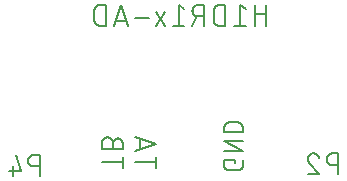
<source format=gbr>
G04 EAGLE Gerber RS-274X export*
G75*
%MOMM*%
%FSLAX34Y34*%
%LPD*%
%INSilkscreen Bottom*%
%IPPOS*%
%AMOC8*
5,1,8,0,0,1.08239X$1,22.5*%
G01*
%ADD10C,0.152400*%
%ADD11C,0.127000*%


D10*
X263398Y215392D02*
X263398Y233172D01*
X263398Y225270D02*
X253520Y225270D01*
X253520Y233172D02*
X253520Y215392D01*
X246089Y229221D02*
X241150Y233172D01*
X241150Y215392D01*
X246089Y215392D02*
X236211Y215392D01*
X228780Y215392D02*
X228780Y233172D01*
X223842Y233172D01*
X223703Y233170D01*
X223565Y233164D01*
X223427Y233155D01*
X223289Y233141D01*
X223152Y233124D01*
X223015Y233102D01*
X222878Y233077D01*
X222743Y233048D01*
X222608Y233015D01*
X222475Y232979D01*
X222342Y232939D01*
X222211Y232895D01*
X222081Y232847D01*
X221952Y232796D01*
X221825Y232741D01*
X221699Y232683D01*
X221575Y232621D01*
X221453Y232556D01*
X221333Y232487D01*
X221214Y232415D01*
X221098Y232340D01*
X220984Y232261D01*
X220872Y232179D01*
X220763Y232094D01*
X220655Y232007D01*
X220551Y231916D01*
X220449Y231822D01*
X220350Y231725D01*
X220253Y231626D01*
X220159Y231524D01*
X220068Y231420D01*
X219981Y231312D01*
X219896Y231203D01*
X219814Y231091D01*
X219735Y230977D01*
X219660Y230861D01*
X219588Y230742D01*
X219519Y230622D01*
X219454Y230500D01*
X219392Y230376D01*
X219334Y230250D01*
X219279Y230123D01*
X219228Y229994D01*
X219180Y229864D01*
X219136Y229733D01*
X219096Y229600D01*
X219060Y229467D01*
X219027Y229332D01*
X218998Y229197D01*
X218973Y229060D01*
X218951Y228923D01*
X218934Y228786D01*
X218920Y228648D01*
X218911Y228510D01*
X218905Y228372D01*
X218903Y228233D01*
X218903Y220331D01*
X218905Y220192D01*
X218911Y220054D01*
X218920Y219916D01*
X218934Y219778D01*
X218951Y219641D01*
X218973Y219504D01*
X218998Y219367D01*
X219027Y219232D01*
X219060Y219097D01*
X219096Y218964D01*
X219136Y218831D01*
X219180Y218700D01*
X219228Y218570D01*
X219279Y218441D01*
X219334Y218314D01*
X219392Y218188D01*
X219454Y218064D01*
X219519Y217942D01*
X219588Y217822D01*
X219660Y217703D01*
X219735Y217587D01*
X219814Y217473D01*
X219896Y217361D01*
X219981Y217252D01*
X220068Y217144D01*
X220159Y217040D01*
X220253Y216938D01*
X220350Y216839D01*
X220449Y216742D01*
X220551Y216648D01*
X220655Y216557D01*
X220763Y216470D01*
X220872Y216385D01*
X220984Y216303D01*
X221098Y216224D01*
X221214Y216149D01*
X221333Y216077D01*
X221453Y216008D01*
X221575Y215943D01*
X221699Y215881D01*
X221825Y215823D01*
X221952Y215768D01*
X222081Y215717D01*
X222211Y215669D01*
X222342Y215625D01*
X222475Y215585D01*
X222608Y215549D01*
X222743Y215516D01*
X222878Y215487D01*
X223015Y215462D01*
X223152Y215440D01*
X223289Y215423D01*
X223427Y215409D01*
X223565Y215400D01*
X223703Y215394D01*
X223842Y215392D01*
X228780Y215392D01*
X210828Y215392D02*
X210828Y233172D01*
X205889Y233172D01*
X205749Y233170D01*
X205610Y233164D01*
X205470Y233154D01*
X205331Y233140D01*
X205192Y233123D01*
X205054Y233101D01*
X204917Y233075D01*
X204780Y233046D01*
X204644Y233013D01*
X204510Y232976D01*
X204376Y232935D01*
X204244Y232890D01*
X204112Y232841D01*
X203983Y232789D01*
X203855Y232734D01*
X203728Y232674D01*
X203603Y232611D01*
X203480Y232545D01*
X203359Y232475D01*
X203240Y232402D01*
X203123Y232325D01*
X203009Y232245D01*
X202896Y232162D01*
X202786Y232076D01*
X202679Y231986D01*
X202574Y231894D01*
X202472Y231799D01*
X202372Y231701D01*
X202275Y231600D01*
X202181Y231496D01*
X202091Y231390D01*
X202003Y231281D01*
X201918Y231170D01*
X201837Y231056D01*
X201758Y230941D01*
X201683Y230823D01*
X201612Y230703D01*
X201544Y230580D01*
X201479Y230457D01*
X201418Y230331D01*
X201360Y230203D01*
X201306Y230075D01*
X201256Y229944D01*
X201209Y229812D01*
X201166Y229679D01*
X201127Y229545D01*
X201092Y229410D01*
X201061Y229274D01*
X201033Y229136D01*
X201010Y228999D01*
X200990Y228860D01*
X200974Y228721D01*
X200962Y228582D01*
X200954Y228443D01*
X200950Y228303D01*
X200950Y228163D01*
X200954Y228023D01*
X200962Y227884D01*
X200974Y227745D01*
X200990Y227606D01*
X201010Y227467D01*
X201033Y227330D01*
X201061Y227192D01*
X201092Y227056D01*
X201127Y226921D01*
X201166Y226787D01*
X201209Y226654D01*
X201256Y226522D01*
X201306Y226391D01*
X201360Y226263D01*
X201418Y226135D01*
X201479Y226009D01*
X201544Y225886D01*
X201612Y225763D01*
X201683Y225643D01*
X201758Y225525D01*
X201837Y225410D01*
X201918Y225296D01*
X202003Y225185D01*
X202091Y225076D01*
X202181Y224970D01*
X202275Y224866D01*
X202372Y224765D01*
X202472Y224667D01*
X202574Y224572D01*
X202679Y224480D01*
X202786Y224390D01*
X202896Y224304D01*
X203009Y224221D01*
X203123Y224141D01*
X203240Y224064D01*
X203359Y223991D01*
X203480Y223921D01*
X203603Y223855D01*
X203728Y223792D01*
X203855Y223732D01*
X203983Y223677D01*
X204112Y223625D01*
X204244Y223576D01*
X204376Y223531D01*
X204510Y223490D01*
X204644Y223453D01*
X204780Y223420D01*
X204917Y223391D01*
X205054Y223365D01*
X205192Y223343D01*
X205331Y223326D01*
X205470Y223312D01*
X205610Y223302D01*
X205749Y223296D01*
X205889Y223294D01*
X210828Y223294D01*
X204901Y223294D02*
X200950Y215392D01*
X194163Y229221D02*
X189224Y233172D01*
X189224Y215392D01*
X194163Y215392D02*
X184285Y215392D01*
X178100Y215392D02*
X170198Y227245D01*
X178100Y227245D02*
X170198Y215392D01*
X163883Y222306D02*
X152030Y222306D01*
X146016Y215392D02*
X140089Y233172D01*
X134163Y215392D01*
X135644Y219837D02*
X144534Y219837D01*
X127720Y215392D02*
X127720Y233172D01*
X122781Y233172D01*
X122642Y233170D01*
X122504Y233164D01*
X122366Y233155D01*
X122228Y233141D01*
X122091Y233124D01*
X121954Y233102D01*
X121817Y233077D01*
X121682Y233048D01*
X121547Y233015D01*
X121414Y232979D01*
X121281Y232939D01*
X121150Y232895D01*
X121020Y232847D01*
X120891Y232796D01*
X120764Y232741D01*
X120638Y232683D01*
X120514Y232621D01*
X120392Y232556D01*
X120272Y232487D01*
X120153Y232415D01*
X120037Y232340D01*
X119923Y232261D01*
X119811Y232179D01*
X119702Y232094D01*
X119594Y232007D01*
X119490Y231916D01*
X119388Y231822D01*
X119289Y231725D01*
X119192Y231626D01*
X119098Y231524D01*
X119007Y231420D01*
X118920Y231312D01*
X118835Y231203D01*
X118753Y231091D01*
X118674Y230977D01*
X118599Y230861D01*
X118527Y230742D01*
X118458Y230622D01*
X118393Y230500D01*
X118331Y230376D01*
X118273Y230250D01*
X118218Y230123D01*
X118167Y229994D01*
X118119Y229864D01*
X118075Y229733D01*
X118035Y229600D01*
X117999Y229467D01*
X117966Y229332D01*
X117937Y229197D01*
X117912Y229060D01*
X117890Y228923D01*
X117873Y228786D01*
X117859Y228648D01*
X117850Y228510D01*
X117844Y228372D01*
X117842Y228233D01*
X117842Y220331D01*
X117844Y220192D01*
X117850Y220054D01*
X117859Y219916D01*
X117873Y219778D01*
X117890Y219641D01*
X117912Y219504D01*
X117937Y219367D01*
X117966Y219232D01*
X117999Y219097D01*
X118035Y218964D01*
X118075Y218831D01*
X118119Y218700D01*
X118167Y218570D01*
X118218Y218441D01*
X118273Y218314D01*
X118331Y218188D01*
X118393Y218064D01*
X118458Y217942D01*
X118527Y217822D01*
X118599Y217703D01*
X118674Y217587D01*
X118753Y217473D01*
X118835Y217361D01*
X118920Y217252D01*
X119007Y217144D01*
X119098Y217040D01*
X119192Y216938D01*
X119289Y216839D01*
X119388Y216742D01*
X119490Y216648D01*
X119594Y216557D01*
X119702Y216470D01*
X119811Y216385D01*
X119923Y216303D01*
X120037Y216224D01*
X120153Y216149D01*
X120272Y216077D01*
X120392Y216008D01*
X120514Y215943D01*
X120638Y215881D01*
X120764Y215823D01*
X120891Y215768D01*
X121020Y215717D01*
X121150Y215669D01*
X121281Y215625D01*
X121414Y215585D01*
X121547Y215549D01*
X121682Y215516D01*
X121817Y215487D01*
X121954Y215462D01*
X122091Y215440D01*
X122228Y215423D01*
X122366Y215409D01*
X122504Y215400D01*
X122642Y215394D01*
X122781Y215392D01*
X127720Y215392D01*
X123952Y99681D02*
X141732Y99681D01*
X141732Y94742D02*
X141732Y104620D01*
X133830Y111131D02*
X133830Y116070D01*
X133828Y116210D01*
X133822Y116349D01*
X133812Y116489D01*
X133798Y116628D01*
X133781Y116767D01*
X133759Y116905D01*
X133733Y117042D01*
X133704Y117179D01*
X133671Y117315D01*
X133634Y117449D01*
X133593Y117583D01*
X133548Y117715D01*
X133499Y117847D01*
X133447Y117976D01*
X133392Y118104D01*
X133332Y118231D01*
X133269Y118356D01*
X133203Y118479D01*
X133133Y118600D01*
X133060Y118719D01*
X132983Y118836D01*
X132903Y118950D01*
X132820Y119063D01*
X132734Y119173D01*
X132644Y119280D01*
X132552Y119385D01*
X132457Y119487D01*
X132359Y119587D01*
X132258Y119684D01*
X132154Y119778D01*
X132048Y119868D01*
X131939Y119956D01*
X131828Y120041D01*
X131714Y120122D01*
X131599Y120201D01*
X131481Y120276D01*
X131361Y120347D01*
X131238Y120415D01*
X131115Y120480D01*
X130989Y120541D01*
X130861Y120599D01*
X130733Y120653D01*
X130602Y120703D01*
X130470Y120750D01*
X130337Y120793D01*
X130203Y120832D01*
X130068Y120867D01*
X129932Y120898D01*
X129794Y120926D01*
X129657Y120949D01*
X129518Y120969D01*
X129379Y120985D01*
X129240Y120997D01*
X129101Y121005D01*
X128961Y121009D01*
X128821Y121009D01*
X128681Y121005D01*
X128542Y120997D01*
X128403Y120985D01*
X128264Y120969D01*
X128125Y120949D01*
X127988Y120926D01*
X127850Y120898D01*
X127714Y120867D01*
X127579Y120832D01*
X127445Y120793D01*
X127312Y120750D01*
X127180Y120703D01*
X127049Y120653D01*
X126921Y120599D01*
X126793Y120541D01*
X126667Y120480D01*
X126544Y120415D01*
X126422Y120347D01*
X126301Y120276D01*
X126183Y120201D01*
X126068Y120122D01*
X125954Y120041D01*
X125843Y119956D01*
X125734Y119868D01*
X125628Y119778D01*
X125524Y119684D01*
X125423Y119587D01*
X125325Y119487D01*
X125230Y119385D01*
X125138Y119280D01*
X125048Y119173D01*
X124962Y119063D01*
X124879Y118950D01*
X124799Y118836D01*
X124722Y118719D01*
X124649Y118600D01*
X124579Y118479D01*
X124513Y118356D01*
X124450Y118231D01*
X124390Y118104D01*
X124335Y117976D01*
X124283Y117847D01*
X124234Y117715D01*
X124189Y117583D01*
X124148Y117449D01*
X124111Y117315D01*
X124078Y117179D01*
X124049Y117042D01*
X124023Y116905D01*
X124001Y116767D01*
X123984Y116628D01*
X123970Y116489D01*
X123960Y116349D01*
X123954Y116210D01*
X123952Y116070D01*
X123952Y111131D01*
X141732Y111131D01*
X141732Y116070D01*
X141730Y116194D01*
X141724Y116318D01*
X141714Y116442D01*
X141701Y116565D01*
X141683Y116688D01*
X141662Y116810D01*
X141637Y116932D01*
X141608Y117053D01*
X141575Y117172D01*
X141539Y117291D01*
X141498Y117408D01*
X141455Y117524D01*
X141407Y117639D01*
X141356Y117752D01*
X141301Y117864D01*
X141243Y117973D01*
X141182Y118081D01*
X141117Y118187D01*
X141049Y118291D01*
X140977Y118392D01*
X140903Y118492D01*
X140825Y118588D01*
X140745Y118683D01*
X140661Y118775D01*
X140575Y118864D01*
X140486Y118950D01*
X140394Y119034D01*
X140299Y119114D01*
X140203Y119192D01*
X140103Y119266D01*
X140002Y119338D01*
X139898Y119406D01*
X139792Y119471D01*
X139684Y119532D01*
X139575Y119590D01*
X139463Y119645D01*
X139350Y119696D01*
X139235Y119744D01*
X139119Y119787D01*
X139002Y119828D01*
X138883Y119864D01*
X138764Y119897D01*
X138643Y119926D01*
X138521Y119951D01*
X138399Y119972D01*
X138276Y119990D01*
X138153Y120003D01*
X138029Y120013D01*
X137905Y120019D01*
X137781Y120021D01*
X137657Y120019D01*
X137533Y120013D01*
X137409Y120003D01*
X137286Y119990D01*
X137163Y119972D01*
X137041Y119951D01*
X136919Y119926D01*
X136798Y119897D01*
X136679Y119864D01*
X136560Y119828D01*
X136443Y119787D01*
X136327Y119744D01*
X136212Y119696D01*
X136099Y119645D01*
X135987Y119590D01*
X135878Y119532D01*
X135770Y119471D01*
X135664Y119406D01*
X135560Y119338D01*
X135459Y119266D01*
X135359Y119192D01*
X135263Y119114D01*
X135168Y119034D01*
X135076Y118950D01*
X134987Y118864D01*
X134901Y118775D01*
X134817Y118683D01*
X134737Y118588D01*
X134659Y118492D01*
X134585Y118392D01*
X134513Y118291D01*
X134445Y118187D01*
X134380Y118081D01*
X134319Y117973D01*
X134261Y117864D01*
X134206Y117752D01*
X134155Y117639D01*
X134107Y117524D01*
X134064Y117408D01*
X134023Y117291D01*
X133987Y117172D01*
X133954Y117053D01*
X133925Y116932D01*
X133900Y116810D01*
X133879Y116688D01*
X133861Y116565D01*
X133848Y116442D01*
X133838Y116318D01*
X133832Y116194D01*
X133830Y116070D01*
X151892Y99681D02*
X169672Y99681D01*
X169672Y94742D02*
X169672Y104620D01*
X169672Y115315D02*
X151892Y109388D01*
X151892Y121241D02*
X169672Y115315D01*
X156337Y119760D02*
X156337Y110870D01*
D11*
X236573Y101953D02*
X236573Y99370D01*
X236573Y101953D02*
X227965Y101953D01*
X227965Y96788D01*
X227967Y96673D01*
X227973Y96558D01*
X227982Y96443D01*
X227996Y96329D01*
X228013Y96215D01*
X228034Y96102D01*
X228059Y95990D01*
X228087Y95878D01*
X228120Y95768D01*
X228156Y95659D01*
X228195Y95551D01*
X228238Y95444D01*
X228285Y95339D01*
X228335Y95235D01*
X228389Y95133D01*
X228446Y95033D01*
X228506Y94935D01*
X228569Y94839D01*
X228636Y94746D01*
X228706Y94654D01*
X228779Y94565D01*
X228854Y94478D01*
X228933Y94394D01*
X229014Y94313D01*
X229098Y94234D01*
X229185Y94159D01*
X229274Y94086D01*
X229366Y94016D01*
X229459Y93949D01*
X229555Y93886D01*
X229653Y93826D01*
X229753Y93769D01*
X229855Y93715D01*
X229959Y93665D01*
X230064Y93618D01*
X230171Y93575D01*
X230279Y93536D01*
X230388Y93500D01*
X230498Y93467D01*
X230610Y93439D01*
X230722Y93414D01*
X230835Y93393D01*
X230949Y93376D01*
X231063Y93362D01*
X231178Y93353D01*
X231293Y93347D01*
X231408Y93345D01*
X240016Y93345D01*
X240131Y93347D01*
X240246Y93353D01*
X240361Y93362D01*
X240475Y93376D01*
X240589Y93393D01*
X240702Y93414D01*
X240814Y93439D01*
X240926Y93467D01*
X241036Y93500D01*
X241145Y93536D01*
X241253Y93575D01*
X241360Y93618D01*
X241465Y93665D01*
X241569Y93715D01*
X241671Y93769D01*
X241771Y93826D01*
X241869Y93886D01*
X241965Y93949D01*
X242058Y94016D01*
X242150Y94086D01*
X242239Y94159D01*
X242326Y94234D01*
X242410Y94313D01*
X242491Y94394D01*
X242569Y94478D01*
X242645Y94565D01*
X242718Y94654D01*
X242788Y94746D01*
X242855Y94839D01*
X242918Y94935D01*
X242978Y95033D01*
X243035Y95133D01*
X243089Y95235D01*
X243139Y95339D01*
X243186Y95444D01*
X243229Y95551D01*
X243268Y95659D01*
X243304Y95768D01*
X243337Y95878D01*
X243365Y95990D01*
X243390Y96102D01*
X243411Y96215D01*
X243428Y96329D01*
X243442Y96443D01*
X243451Y96558D01*
X243457Y96673D01*
X243459Y96788D01*
X243459Y101953D01*
X243459Y109202D02*
X227965Y109202D01*
X227965Y117810D02*
X243459Y109202D01*
X243459Y117810D02*
X227965Y117810D01*
X227965Y125059D02*
X243459Y125059D01*
X243459Y129363D01*
X243457Y129493D01*
X243451Y129623D01*
X243441Y129753D01*
X243428Y129882D01*
X243410Y130011D01*
X243389Y130139D01*
X243363Y130266D01*
X243334Y130393D01*
X243301Y130519D01*
X243264Y130643D01*
X243224Y130767D01*
X243179Y130889D01*
X243131Y131010D01*
X243080Y131129D01*
X243025Y131247D01*
X242966Y131363D01*
X242904Y131477D01*
X242838Y131590D01*
X242769Y131700D01*
X242697Y131808D01*
X242622Y131914D01*
X242543Y132017D01*
X242461Y132118D01*
X242377Y132217D01*
X242289Y132313D01*
X242198Y132406D01*
X242105Y132497D01*
X242009Y132585D01*
X241910Y132669D01*
X241809Y132751D01*
X241706Y132830D01*
X241600Y132905D01*
X241492Y132977D01*
X241382Y133046D01*
X241269Y133112D01*
X241155Y133174D01*
X241039Y133233D01*
X240921Y133288D01*
X240802Y133339D01*
X240681Y133387D01*
X240559Y133432D01*
X240435Y133472D01*
X240311Y133509D01*
X240185Y133542D01*
X240058Y133571D01*
X239931Y133597D01*
X239803Y133618D01*
X239674Y133636D01*
X239545Y133649D01*
X239415Y133659D01*
X239285Y133665D01*
X239155Y133667D01*
X239155Y133666D02*
X232269Y133666D01*
X232269Y133667D02*
X232139Y133665D01*
X232009Y133659D01*
X231879Y133649D01*
X231750Y133636D01*
X231621Y133618D01*
X231493Y133597D01*
X231366Y133571D01*
X231239Y133542D01*
X231113Y133509D01*
X230989Y133472D01*
X230865Y133432D01*
X230743Y133387D01*
X230622Y133339D01*
X230503Y133288D01*
X230385Y133233D01*
X230269Y133174D01*
X230155Y133112D01*
X230042Y133046D01*
X229932Y132977D01*
X229824Y132905D01*
X229718Y132830D01*
X229615Y132751D01*
X229514Y132669D01*
X229415Y132585D01*
X229319Y132497D01*
X229226Y132406D01*
X229135Y132313D01*
X229047Y132217D01*
X228963Y132118D01*
X228881Y132017D01*
X228802Y131914D01*
X228727Y131808D01*
X228655Y131700D01*
X228586Y131590D01*
X228520Y131477D01*
X228458Y131363D01*
X228399Y131247D01*
X228344Y131129D01*
X228293Y131010D01*
X228245Y130889D01*
X228200Y130767D01*
X228160Y130643D01*
X228123Y130519D01*
X228090Y130393D01*
X228061Y130266D01*
X228035Y130139D01*
X228014Y130011D01*
X227996Y129882D01*
X227983Y129753D01*
X227973Y129623D01*
X227967Y129493D01*
X227965Y129363D01*
X227965Y125059D01*
D10*
X324358Y107442D02*
X324358Y89662D01*
X324358Y107442D02*
X319419Y107442D01*
X319279Y107440D01*
X319140Y107434D01*
X319000Y107424D01*
X318861Y107410D01*
X318722Y107393D01*
X318584Y107371D01*
X318447Y107345D01*
X318310Y107316D01*
X318174Y107283D01*
X318040Y107246D01*
X317906Y107205D01*
X317774Y107160D01*
X317642Y107111D01*
X317513Y107059D01*
X317385Y107004D01*
X317258Y106944D01*
X317133Y106881D01*
X317010Y106815D01*
X316889Y106745D01*
X316770Y106672D01*
X316653Y106595D01*
X316539Y106515D01*
X316426Y106432D01*
X316316Y106346D01*
X316209Y106256D01*
X316104Y106164D01*
X316002Y106069D01*
X315902Y105971D01*
X315805Y105870D01*
X315711Y105766D01*
X315621Y105660D01*
X315533Y105551D01*
X315448Y105440D01*
X315367Y105326D01*
X315288Y105211D01*
X315213Y105093D01*
X315142Y104972D01*
X315074Y104850D01*
X315009Y104727D01*
X314948Y104601D01*
X314890Y104473D01*
X314836Y104345D01*
X314786Y104214D01*
X314739Y104082D01*
X314696Y103949D01*
X314657Y103815D01*
X314622Y103680D01*
X314591Y103544D01*
X314563Y103406D01*
X314540Y103269D01*
X314520Y103130D01*
X314504Y102991D01*
X314492Y102852D01*
X314484Y102713D01*
X314480Y102573D01*
X314480Y102433D01*
X314484Y102293D01*
X314492Y102154D01*
X314504Y102015D01*
X314520Y101876D01*
X314540Y101737D01*
X314563Y101600D01*
X314591Y101462D01*
X314622Y101326D01*
X314657Y101191D01*
X314696Y101057D01*
X314739Y100924D01*
X314786Y100792D01*
X314836Y100661D01*
X314890Y100533D01*
X314948Y100405D01*
X315009Y100279D01*
X315074Y100156D01*
X315142Y100033D01*
X315213Y99913D01*
X315288Y99795D01*
X315367Y99680D01*
X315448Y99566D01*
X315533Y99455D01*
X315621Y99346D01*
X315711Y99240D01*
X315805Y99136D01*
X315902Y99035D01*
X316002Y98937D01*
X316104Y98842D01*
X316209Y98750D01*
X316316Y98660D01*
X316426Y98574D01*
X316539Y98491D01*
X316653Y98411D01*
X316770Y98334D01*
X316889Y98261D01*
X317010Y98191D01*
X317133Y98125D01*
X317258Y98062D01*
X317385Y98002D01*
X317513Y97947D01*
X317642Y97895D01*
X317774Y97846D01*
X317906Y97801D01*
X318040Y97760D01*
X318174Y97723D01*
X318310Y97690D01*
X318447Y97661D01*
X318584Y97635D01*
X318722Y97613D01*
X318861Y97596D01*
X319000Y97582D01*
X319140Y97572D01*
X319279Y97566D01*
X319419Y97564D01*
X324358Y97564D01*
X302930Y107442D02*
X302798Y107440D01*
X302667Y107434D01*
X302535Y107424D01*
X302404Y107411D01*
X302274Y107393D01*
X302144Y107372D01*
X302014Y107347D01*
X301886Y107318D01*
X301758Y107285D01*
X301632Y107248D01*
X301506Y107208D01*
X301382Y107164D01*
X301259Y107116D01*
X301138Y107065D01*
X301018Y107010D01*
X300900Y106952D01*
X300784Y106890D01*
X300670Y106824D01*
X300557Y106756D01*
X300447Y106684D01*
X300339Y106609D01*
X300233Y106530D01*
X300129Y106449D01*
X300028Y106364D01*
X299930Y106277D01*
X299834Y106186D01*
X299741Y106093D01*
X299650Y105997D01*
X299563Y105899D01*
X299478Y105798D01*
X299397Y105694D01*
X299318Y105588D01*
X299243Y105480D01*
X299171Y105370D01*
X299103Y105257D01*
X299037Y105143D01*
X298975Y105027D01*
X298917Y104909D01*
X298862Y104789D01*
X298811Y104668D01*
X298763Y104545D01*
X298719Y104421D01*
X298679Y104295D01*
X298642Y104169D01*
X298609Y104041D01*
X298580Y103913D01*
X298555Y103783D01*
X298534Y103653D01*
X298516Y103523D01*
X298503Y103392D01*
X298493Y103260D01*
X298487Y103129D01*
X298485Y102997D01*
X302930Y107442D02*
X303080Y107440D01*
X303229Y107434D01*
X303378Y107424D01*
X303527Y107411D01*
X303676Y107393D01*
X303824Y107372D01*
X303972Y107346D01*
X304118Y107317D01*
X304264Y107284D01*
X304409Y107247D01*
X304553Y107206D01*
X304696Y107162D01*
X304838Y107114D01*
X304978Y107062D01*
X305117Y107007D01*
X305255Y106948D01*
X305390Y106885D01*
X305525Y106819D01*
X305657Y106749D01*
X305787Y106676D01*
X305916Y106599D01*
X306043Y106519D01*
X306167Y106436D01*
X306289Y106350D01*
X306409Y106260D01*
X306526Y106167D01*
X306641Y106072D01*
X306754Y105973D01*
X306864Y105871D01*
X306971Y105767D01*
X307075Y105660D01*
X307177Y105550D01*
X307275Y105437D01*
X307371Y105322D01*
X307463Y105204D01*
X307553Y105084D01*
X307639Y104962D01*
X307722Y104838D01*
X307802Y104711D01*
X307878Y104583D01*
X307951Y104452D01*
X308021Y104319D01*
X308087Y104185D01*
X308149Y104049D01*
X308208Y103912D01*
X308264Y103773D01*
X308315Y103632D01*
X308363Y103491D01*
X299968Y99540D02*
X299872Y99633D01*
X299780Y99729D01*
X299690Y99828D01*
X299603Y99929D01*
X299519Y100032D01*
X299437Y100137D01*
X299359Y100245D01*
X299284Y100355D01*
X299211Y100467D01*
X299142Y100581D01*
X299076Y100697D01*
X299014Y100815D01*
X298955Y100934D01*
X298899Y101055D01*
X298846Y101178D01*
X298797Y101302D01*
X298752Y101427D01*
X298709Y101554D01*
X298671Y101681D01*
X298636Y101810D01*
X298605Y101939D01*
X298577Y102070D01*
X298553Y102201D01*
X298532Y102333D01*
X298516Y102465D01*
X298503Y102598D01*
X298493Y102731D01*
X298488Y102864D01*
X298486Y102997D01*
X299967Y99540D02*
X308363Y89662D01*
X298485Y89662D01*
X71628Y88392D02*
X71628Y106172D01*
X66689Y106172D01*
X66549Y106170D01*
X66410Y106164D01*
X66270Y106154D01*
X66131Y106140D01*
X65992Y106123D01*
X65854Y106101D01*
X65717Y106075D01*
X65580Y106046D01*
X65444Y106013D01*
X65310Y105976D01*
X65176Y105935D01*
X65044Y105890D01*
X64912Y105841D01*
X64783Y105789D01*
X64655Y105734D01*
X64528Y105674D01*
X64403Y105611D01*
X64280Y105545D01*
X64159Y105475D01*
X64040Y105402D01*
X63923Y105325D01*
X63809Y105245D01*
X63696Y105162D01*
X63586Y105076D01*
X63479Y104986D01*
X63374Y104894D01*
X63272Y104799D01*
X63172Y104701D01*
X63075Y104600D01*
X62981Y104496D01*
X62891Y104390D01*
X62803Y104281D01*
X62718Y104170D01*
X62637Y104056D01*
X62558Y103941D01*
X62483Y103823D01*
X62412Y103702D01*
X62344Y103580D01*
X62279Y103457D01*
X62218Y103331D01*
X62160Y103203D01*
X62106Y103075D01*
X62056Y102944D01*
X62009Y102812D01*
X61966Y102679D01*
X61927Y102545D01*
X61892Y102410D01*
X61861Y102274D01*
X61833Y102136D01*
X61810Y101999D01*
X61790Y101860D01*
X61774Y101721D01*
X61762Y101582D01*
X61754Y101443D01*
X61750Y101303D01*
X61750Y101163D01*
X61754Y101023D01*
X61762Y100884D01*
X61774Y100745D01*
X61790Y100606D01*
X61810Y100467D01*
X61833Y100330D01*
X61861Y100192D01*
X61892Y100056D01*
X61927Y99921D01*
X61966Y99787D01*
X62009Y99654D01*
X62056Y99522D01*
X62106Y99391D01*
X62160Y99263D01*
X62218Y99135D01*
X62279Y99009D01*
X62344Y98886D01*
X62412Y98763D01*
X62483Y98643D01*
X62558Y98525D01*
X62637Y98410D01*
X62718Y98296D01*
X62803Y98185D01*
X62891Y98076D01*
X62981Y97970D01*
X63075Y97866D01*
X63172Y97765D01*
X63272Y97667D01*
X63374Y97572D01*
X63479Y97480D01*
X63586Y97390D01*
X63696Y97304D01*
X63809Y97221D01*
X63923Y97141D01*
X64040Y97064D01*
X64159Y96991D01*
X64280Y96921D01*
X64403Y96855D01*
X64528Y96792D01*
X64655Y96732D01*
X64783Y96677D01*
X64912Y96625D01*
X65044Y96576D01*
X65176Y96531D01*
X65310Y96490D01*
X65444Y96453D01*
X65580Y96420D01*
X65717Y96391D01*
X65854Y96365D01*
X65992Y96343D01*
X66131Y96326D01*
X66270Y96312D01*
X66410Y96302D01*
X66549Y96296D01*
X66689Y96294D01*
X71628Y96294D01*
X55633Y92343D02*
X51682Y106172D01*
X55633Y92343D02*
X45755Y92343D01*
X48719Y96294D02*
X48719Y88392D01*
M02*

</source>
